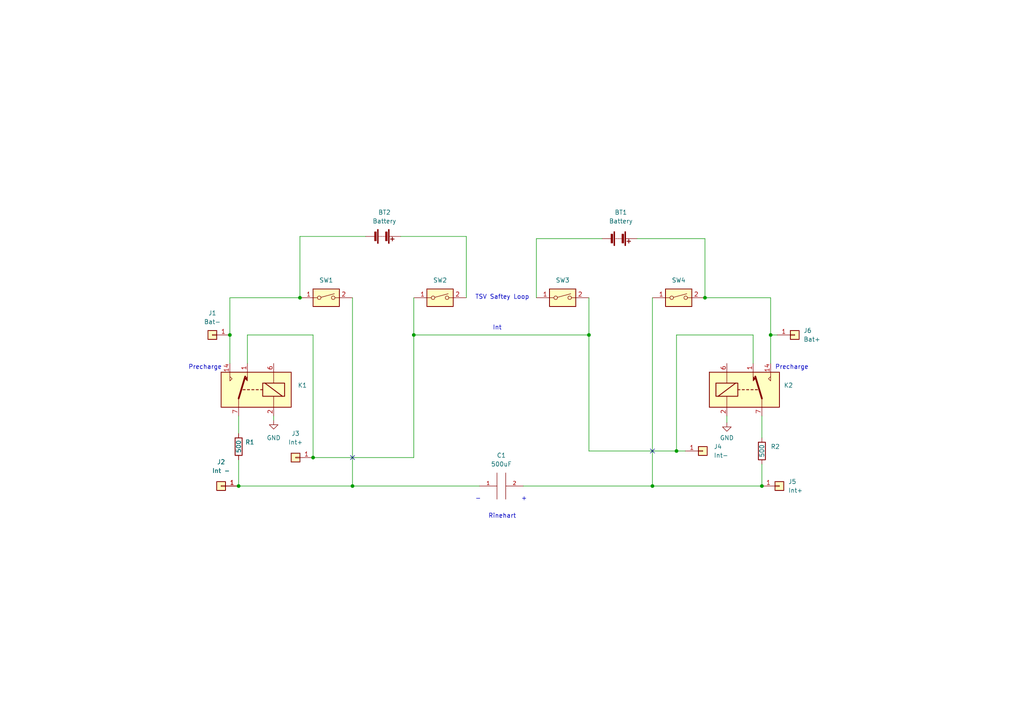
<source format=kicad_sch>
(kicad_sch (version 20211123) (generator eeschema)
  (paper "A4")
  (lib_symbols
    (symbol "Connector_Generic:Conn_01x01" (pin_names (offset 1.016) hide)
      (property "Reference" "J" (at 0 2.54 0))
      (property "Value" "Conn_01x01" (at 0 -2.54 0))
      (symbol "Conn_01x01_1_1"
        (rectangle (start -1.27 0.127) (end 0 -0.127) (stroke (width 0.1524)))
        (rectangle (start -1.27 1.27) (end 1.27 -1.27) (stroke (width 0.254)) (fill (type background)))
        (pin passive line (at -5.08 0 0) (length 3.81) (name "Pin_1") (number "1"))
      )
    )
    (symbol "Device:Battery" (pin_numbers hide) (pin_names (offset 0) hide)
      (property "Reference" "BT" (at 2.54 2.54 0))
      (property "Value" "Battery" (at 2.54 0 0))
      (symbol "Battery_0_1"
        (rectangle (start -2.032 -1.397) (end 2.032 -1.651) (fill (type outline)))
        (rectangle (start -2.032 1.778) (end 2.032 1.524) (fill (type outline)))
        (rectangle (start -1.3208 -1.9812) (end 1.27 -2.4892) (fill (type outline)))
        (rectangle (start -1.3208 1.1938) (end 1.27 0.6858) (fill (type outline)))
        (polyline (pts (xy 0 -1.524) (xy 0 -1.27)))
        (polyline (pts (xy 0 -1.016) (xy 0 -0.762)))
        (polyline (pts (xy 0 -0.508) (xy 0 -0.254)))
        (polyline (pts (xy 0 0) (xy 0 0.254)))
        (polyline (pts (xy 0 0.508) (xy 0 0.762)))
        (polyline (pts (xy 0 1.778) (xy 0 2.54)))
        (polyline (pts (xy 0.254 2.667) (xy 1.27 2.667)) (stroke (width 0.254)))
        (polyline (pts (xy 0.762 3.175) (xy 0.762 2.159)) (stroke (width 0.254)))
      )
      (symbol "Battery_1_1"
        (pin passive line (at 0 5.08 270) (length 2.54) (name "+") (number "1"))
        (pin passive line (at 0 -5.08 90) (length 2.54) (name "-") (number "2"))
      )
    )
    (symbol "Device:R" (pin_numbers hide) (pin_names (offset 0))
      (property "Reference" "R" (at 2.032 0 90))
      (property "Value" "R" (at 0 0 90))
      (symbol "R_0_1"
        (rectangle (start -1.016 -2.54) (end 1.016 2.54) (stroke (width 0.254)))
      )
      (symbol "R_1_1"
        (pin passive line (at 0 3.81 270) (length 1.27) (name "~") (number "1"))
        (pin passive line (at 0 -3.81 90) (length 1.27) (name "~") (number "2"))
      )
    )
    (symbol "Relay:DIPxx-1Cxx-51x"
      (property "Reference" "K" (at 11.43 3.81 0))
      (property "Value" "DIPxx-1Cxx-51x" (at 11.43 1.27 0))
      (symbol "DIPxx-1Cxx-51x_0_0"
        (polyline (pts (xy 2.54 5.08) (xy 2.54 2.54) (xy 3.175 3.175) (xy 2.54 3.81)) (fill (type outline)))
        (polyline (pts (xy 7.62 5.08) (xy 7.62 2.54) (xy 6.985 3.175) (xy 7.62 3.81)))
      )
      (symbol "DIPxx-1Cxx-51x_0_1"
        (rectangle (start -10.16 5.08) (end 10.16 -5.08) (stroke (width 0.254)) (fill (type background)))
        (rectangle (start -8.255 1.905) (end -1.905 -1.905) (stroke (width 0.254)))
        (polyline (pts (xy -7.62 -1.905) (xy -2.54 1.905)) (stroke (width 0.254)))
        (polyline (pts (xy -5.08 -5.08) (xy -5.08 -1.905)))
        (polyline (pts (xy -5.08 5.08) (xy -5.08 1.905)))
        (polyline (pts (xy -1.905 0) (xy -1.27 0)) (stroke (width 0.254)))
        (polyline (pts (xy -0.635 0) (xy 0 0)) (stroke (width 0.254)))
        (polyline (pts (xy 0.635 0) (xy 1.27 0)) (stroke (width 0.254)))
        (polyline (pts (xy 1.905 0) (xy 2.54 0)) (stroke (width 0.254)))
        (polyline (pts (xy 3.175 0) (xy 3.81 0)) (stroke (width 0.254)))
        (polyline (pts (xy 5.08 -2.54) (xy 3.175 3.81)) (stroke (width 0.508)))
        (polyline (pts (xy 5.08 -2.54) (xy 5.08 -5.08)))
      )
      (symbol "DIPxx-1Cxx-51x_1_1"
        (pin passive line (at 2.54 7.62 270) (length 2.54) (name "~") (number "1"))
        (pin passive line (at 7.62 7.62 270) (length 2.54) (name "~") (number "14"))
        (pin passive line (at -5.08 -7.62 90) (length 2.54) (name "~") (number "2"))
        (pin passive line (at -5.08 7.62 270) (length 2.54) (name "~") (number "6"))
        (pin passive line (at 5.08 -7.62 90) (length 2.54) (name "~") (number "7"))
        (pin passive line (at 5.08 -7.62 90) (length 2.54) hide (name "~") (number "8"))
      )
    )
    (symbol "Switch:SW_DIP_x01" (pin_names (offset 0) hide)
      (property "Reference" "SW" (at 0 3.81 0))
      (property "Value" "SW_DIP_x01" (at 0 -3.81 0))
      (symbol "SW_DIP_x01_0_0"
        (circle (center -2.032 0) (radius 0.508))
        (polyline (pts (xy -1.524 0.127) (xy 2.3622 1.1684)))
        (circle (center 2.032 0) (radius 0.508))
      )
      (symbol "SW_DIP_x01_0_1"
        (rectangle (start -3.81 2.54) (end 3.81 -2.54) (stroke (width 0.254)) (fill (type background)))
      )
      (symbol "SW_DIP_x01_1_1"
        (pin passive line (at -7.62 0 0) (length 5.08) (name "~") (number "1"))
        (pin passive line (at 7.62 0 180) (length 5.08) (name "~") (number "2"))
      )
    )
    (symbol "power:GND" (power) (pin_names (offset 0))
      (property "Value" "GND" (at 0 -3.81 0))
      (symbol "GND_0_1"
        (polyline (pts (xy 0 0) (xy 0 -1.27) (xy 1.27 -1.27) (xy 0 -2.54) (xy -1.27 -1.27) (xy 0 -1.27)))
      )
      (symbol "GND_1_1"
        (pin power_in line (at 0 0 270) (length 0) hide (name "GND") (number "1"))
      )
    )
    (symbol "pspice:CAP" (pin_names (offset 0.254))
      (property "Reference" "C" (at 2.54 3.81 90))
      (property "Value" "CAP" (at 2.54 -3.81 90))
      (symbol "CAP_0_1"
        (polyline (pts (xy -3.81 -1.27) (xy 3.81 -1.27)))
        (polyline (pts (xy -3.81 1.27) (xy 3.81 1.27)))
      )
      (symbol "CAP_1_1"
        (pin passive line (at 0 6.35 270) (length 5.08) (name "~") (number "1"))
        (pin passive line (at 0 -6.35 90) (length 5.08) (name "~") (number "2"))
      )
    )
  )
  (junction (at 223.52 97.155))
  (junction (at 90.805 132.715))
  (junction (at 204.47 86.36))
  (junction (at 102.235 140.97))
  (junction (at 189.23 140.97))
  (junction (at 170.815 97.155))
  (junction (at 220.98 140.97))
  (junction (at 69.215 140.97))
  (junction (at 66.675 97.155))
  (junction (at 196.215 130.81))
  (junction (at 86.995 86.36))
  (junction (at 120.015 97.155))
  (no_connect (at 102.235 132.715))
  (no_connect (at 189.23 130.81))
  (wire (pts (xy 218.44 105.41) (xy 218.44 97.155)))
  (wire (pts (xy 120.015 86.36) (xy 120.015 97.155)))
  (wire (pts (xy 196.215 97.155) (xy 196.215 130.81)))
  (wire (pts (xy 69.215 120.65) (xy 69.215 125.73)))
  (wire (pts (xy 79.375 120.65) (xy 79.375 121.92)))
  (wire (pts (xy 170.815 130.81) (xy 170.815 97.155)))
  (wire (pts (xy 170.815 97.155) (xy 170.815 86.36)))
  (wire (pts (xy 102.235 140.97) (xy 69.215 140.97)))
  (wire (pts (xy 184.785 69.215) (xy 204.47 69.215)))
  (wire (pts (xy 155.575 86.36) (xy 155.575 69.215)))
  (wire (pts (xy 90.805 97.155) (xy 90.805 132.715)))
  (wire (pts (xy 86.995 68.58) (xy 106.045 68.58)))
  (wire (pts (xy 189.23 140.97) (xy 151.765 140.97)))
  (wire (pts (xy 71.755 105.41) (xy 71.755 97.155)))
  (wire (pts (xy 220.98 120.65) (xy 220.98 127)))
  (wire (pts (xy 223.52 97.155) (xy 223.52 105.41)))
  (wire (pts (xy 225.425 97.155) (xy 223.52 97.155)))
  (wire (pts (xy 66.675 97.155) (xy 66.675 86.36)))
  (wire (pts (xy 189.23 86.36) (xy 189.23 140.97)))
  (wire (pts (xy 90.805 132.715) (xy 120.015 132.715)))
  (wire (pts (xy 210.82 120.65) (xy 210.82 122.555)))
  (wire (pts (xy 120.015 132.715) (xy 120.015 97.155)))
  (wire (pts (xy 120.015 97.155) (xy 170.815 97.155)))
  (wire (pts (xy 223.52 86.36) (xy 204.47 86.36)))
  (wire (pts (xy 204.47 69.215) (xy 204.47 86.36)))
  (wire (pts (xy 155.575 69.215) (xy 174.625 69.215)))
  (wire (pts (xy 198.755 130.81) (xy 196.215 130.81)))
  (wire (pts (xy 71.755 97.155) (xy 90.805 97.155)))
  (wire (pts (xy 139.065 140.97) (xy 102.235 140.97)))
  (wire (pts (xy 196.215 97.155) (xy 218.44 97.155)))
  (wire (pts (xy 135.255 68.58) (xy 135.255 86.36)))
  (wire (pts (xy 116.205 68.58) (xy 135.255 68.58)))
  (wire (pts (xy 189.23 140.97) (xy 220.98 140.97)))
  (wire (pts (xy 102.235 140.97) (xy 102.235 86.36)))
  (wire (pts (xy 69.215 133.35) (xy 69.215 140.97)))
  (wire (pts (xy 223.52 97.155) (xy 223.52 86.36)))
  (wire (pts (xy 220.98 134.62) (xy 220.98 140.97)))
  (wire (pts (xy 170.815 130.81) (xy 196.215 130.81)))
  (wire (pts (xy 86.995 86.36) (xy 86.995 68.58)))
  (wire (pts (xy 66.675 97.155) (xy 66.675 105.41)))
  (wire (pts (xy 66.675 86.36) (xy 86.995 86.36)))
  (text "Int\n" (at 142.875 95.885 0) (effects (font (size 1.27 1.27)) (justify left bottom)))
  (text "-\n" (at 137.795 145.415 0) (effects (font (size 1.27 1.27)) (justify left bottom)))
  (text "TSV Saftey Loop" (at 137.795 86.995 0) (effects (font (size 1.27 1.27)) (justify left bottom)))
  (text "Precharge\n" (at 54.61 107.315 0) (effects (font (size 1.27 1.27)) (justify left bottom)))
  (text "+\n" (at 151.13 145.415 0) (effects (font (size 1.27 1.27)) (justify left bottom)))
  (text "Precharge" (at 224.79 107.315 0) (effects (font (size 1.27 1.27)) (justify left bottom)))
  (text "Rinehart" (at 141.605 150.495 0) (effects (font (size 1.27 1.27)) (justify left bottom)))
  (symbol (lib_id "Device:R") (at 220.98 130.81 0) (unit 1)
    (property "Reference" "R2" (at 223.52 129.5399 0) (effects (justify left)))
    (property "Value" "500" (at 220.98 132.715 90) (effects (justify left)))
  )
  (symbol (lib_id "Switch:SW_DIP_x01") (at 163.195 86.36 0) (unit 1)
    (property "Reference" "SW3" (at 163.195 81.28 0))
    (property "Value" " " (at 163.195 81.28 0))
  )
  (symbol (lib_id "Connector_Generic:Conn_01x01") (at 230.505 97.155 0) (unit 1)
    (property "Reference" "J6" (at 233.045 95.8849 0) (effects (justify left)))
    (property "Value" "Bat+" (at 233.045 98.4249 0) (effects (justify left)))
  )
  (symbol (lib_id "Relay:DIPxx-1Cxx-51x") (at 74.295 113.03 0) (mirror y) (unit 1)
    (property "Reference" "K1" (at 86.36 111.7599 0) (effects (justify right)))
    (property "Value" " " (at 86.36 114.2999 0) (effects (justify right)))
    (property "Footprint" "Relay_THT:Relay_StandexMeder_DIP_LowProfile" (effects hide))
    (property "Datasheet" "https://standexelectronics.com/wp-content/uploads/datasheet_reed_relay_DIP.pdf" (effects hide))
  )
  (symbol (lib_id "Relay:DIPxx-1Cxx-51x") (at 215.9 113.03 0) (unit 1)
    (property "Reference" "K2" (at 227.33 111.7599 0) (effects (justify left)))
    (property "Value" " " (at 227.33 114.2999 0) (effects (justify left)))
    (property "Footprint" "Relay_THT:Relay_StandexMeder_DIP_LowProfile" (effects hide))
    (property "Datasheet" "https://standexelectronics.com/wp-content/uploads/datasheet_reed_relay_DIP.pdf" (effects hide))
  )
  (symbol (lib_id "Device:Battery") (at 111.125 68.58 270) (unit 1)
    (property "Reference" "BT2" (at 111.506 61.595 90))
    (property "Value" "Battery" (at 111.506 64.135 90))
  )
  (symbol (lib_id "Connector_Generic:Conn_01x01") (at 85.725 132.715 180) (unit 1)
    (property "Reference" "J3" (at 85.725 125.73 0))
    (property "Value" "Int+" (at 85.725 128.27 0))
  )
  (symbol (lib_id "Switch:SW_DIP_x01") (at 196.85 86.36 0) (unit 1)
    (property "Reference" "SW4" (at 196.85 81.28 0))
    (property "Value" " " (at 196.85 81.28 0))
  )
  (symbol (lib_id "Connector_Generic:Conn_01x01") (at 203.835 130.81 0) (unit 1)
    (property "Reference" "J4" (at 207.01 129.5399 0) (effects (justify left)))
    (property "Value" "Int-" (at 207.01 132.0799 0) (effects (justify left)))
  )
  (symbol (lib_id "pspice:CAP") (at 145.415 140.97 90) (unit 1)
    (property "Reference" "C1" (at 145.415 132.08 90))
    (property "Value" "500uF" (at 145.415 134.62 90))
  )
  (symbol (lib_id "Connector_Generic:Conn_01x01") (at 61.595 97.155 180) (unit 1)
    (property "Reference" "J1" (at 61.595 90.805 0))
    (property "Value" "Bat-" (at 61.595 93.345 0))
  )
  (symbol (lib_id "Device:R") (at 69.215 129.54 0) (unit 1)
    (property "Reference" "R1" (at 71.12 128.2699 0) (effects (justify left)))
    (property "Value" "500" (at 69.215 131.445 90) (effects (justify left)))
  )
  (symbol (lib_id "Connector_Generic:Conn_01x01") (at 226.06 140.97 0) (unit 1)
    (property "Reference" "J5" (at 228.6 139.6999 0) (effects (justify left)))
    (property "Value" "Int+" (at 228.6 142.2399 0) (effects (justify left)))
  )
  (symbol (lib_id "Connector_Generic:Conn_01x01") (at 64.135 140.97 180) (unit 1)
    (property "Reference" "J2" (at 64.135 133.985 0))
    (property "Value" "Int -" (at 64.135 136.525 0))
  )
  (symbol (lib_id "Switch:SW_DIP_x01") (at 127.635 86.36 0) (unit 1)
    (property "Reference" "SW2" (at 127.635 81.28 0))
    (property "Value" " " (at 127.635 81.28 0))
  )
  (symbol (lib_id "Device:Battery") (at 179.705 69.215 270) (unit 1)
    (property "Reference" "BT1" (at 180.086 61.595 90))
    (property "Value" "Battery" (at 180.086 64.135 90))
  )
  (symbol (lib_id "power:GND") (at 210.82 122.555 0) (unit 1)
    (property "Reference" "#PWR02" (effects hide))
    (property "Value" "GND" (at 210.82 127 0))
  )
  (symbol (lib_id "power:GND") (at 79.375 121.92 0) (unit 1)
    (property "Reference" "#PWR01" (effects hide))
    (property "Value" "GND" (at 79.375 127 0))
  )
  (symbol (lib_id "Switch:SW_DIP_x01") (at 94.615 86.36 0) (unit 1)
    (property "Reference" "SW1" (at 94.615 81.28 0))
    (property "Value" " " (at 94.615 81.28 0))
  )
)
</source>
